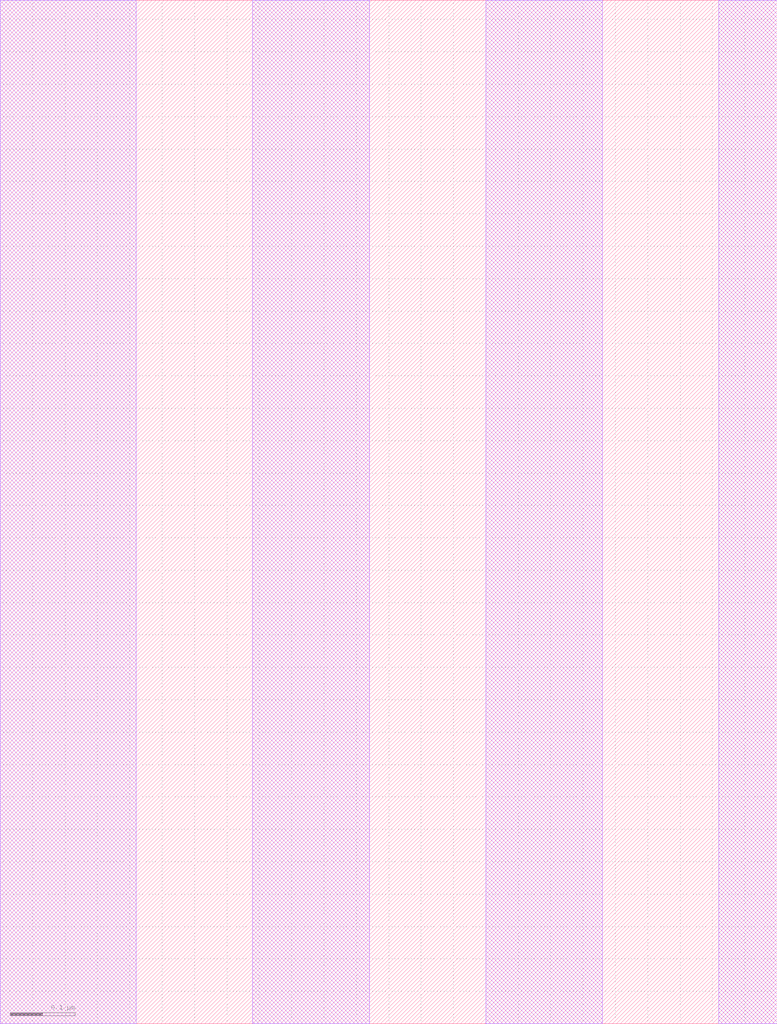
<source format=lef>
# Copyright 2020 The SkyWater PDK Authors
#
# Licensed under the Apache License, Version 2.0 (the "License");
# you may not use this file except in compliance with the License.
# You may obtain a copy of the License at
#
#     https://www.apache.org/licenses/LICENSE-2.0
#
# Unless required by applicable law or agreed to in writing, software
# distributed under the License is distributed on an "AS IS" BASIS,
# WITHOUT WARRANTIES OR CONDITIONS OF ANY KIND, either express or implied.
# See the License for the specific language governing permissions and
# limitations under the License.
#
# SPDX-License-Identifier: Apache-2.0

VERSION 5.7 ;
  NOWIREEXTENSIONATPIN ON ;
  DIVIDERCHAR "/" ;
  BUSBITCHARS "[]" ;
MACRO sky130_fd_bd_sram__sram_dp_cell_half_met1_opta
  CLASS BLOCK ;
  FOREIGN sky130_fd_bd_sram__sram_dp_cell_half_met1_opta ;
  ORIGIN  0.000000  0.000000 ;
  SIZE  1.200000 BY  1.580000 ;
  OBS
    LAYER met1 ;
      RECT 0.000000 0.000000 0.210000 1.580000 ;
      RECT 0.390000 0.000000 0.570000 1.580000 ;
      RECT 0.750000 0.000000 0.930000 1.580000 ;
      RECT 1.110000 0.000000 1.200000 1.580000 ;
  END
END sky130_fd_bd_sram__sram_dp_cell_half_met1_opta
END LIBRARY

</source>
